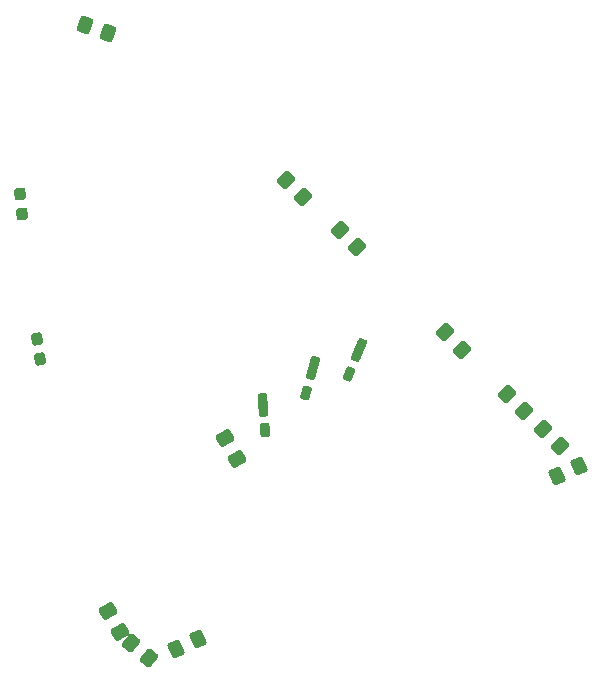
<source format=gtp>
%TF.GenerationSoftware,KiCad,Pcbnew,9.0.6-rc1-2-g790dee114b*%
%TF.CreationDate,2025-10-17T23:20:01-04:00*%
%TF.ProjectId,MetamerBoard,4d657461-6d65-4724-926f-6172642e6b69,rev?*%
%TF.SameCoordinates,Original*%
%TF.FileFunction,Paste,Top*%
%TF.FilePolarity,Positive*%
%FSLAX45Y45*%
G04 Gerber Fmt 4.5, Leading zero omitted, Abs format (unit mm)*
G04 Created by KiCad (PCBNEW 9.0.6-rc1-2-g790dee114b) date 2025-10-17 23:20:01*
%MOMM*%
%LPD*%
G01*
G04 APERTURE LIST*
G04 Aperture macros list*
%AMRoundRect*
0 Rectangle with rounded corners*
0 $1 Rounding radius*
0 $2 $3 $4 $5 $6 $7 $8 $9 X,Y pos of 4 corners*
0 Add a 4 corners polygon primitive as box body*
4,1,4,$2,$3,$4,$5,$6,$7,$8,$9,$2,$3,0*
0 Add four circle primitives for the rounded corners*
1,1,$1+$1,$2,$3*
1,1,$1+$1,$4,$5*
1,1,$1+$1,$6,$7*
1,1,$1+$1,$8,$9*
0 Add four rect primitives between the rounded corners*
20,1,$1+$1,$2,$3,$4,$5,0*
20,1,$1+$1,$4,$5,$6,$7,0*
20,1,$1+$1,$6,$7,$8,$9,0*
20,1,$1+$1,$8,$9,$2,$3,0*%
G04 Aperture macros list end*
%ADD10RoundRect,0.250000X-0.552211X0.056458X-0.227211X-0.506458X0.552211X-0.056458X0.227211X0.506458X0*%
%ADD11RoundRect,0.250000X-0.109125X-0.544258X0.482349X-0.274707X0.109125X0.544258X-0.482349X0.274707X0*%
%ADD12RoundRect,0.250000X-0.548008X-0.088388X-0.088388X-0.548008X0.548008X0.088388X0.088388X0.548008X0*%
%ADD13RoundRect,0.250000X0.548008X0.088388X0.088388X0.548008X-0.548008X-0.088388X-0.088388X-0.548008X0*%
%ADD14RoundRect,0.250000X0.459309X0.311705X-0.151491X0.534018X-0.459309X-0.311705X0.151491X-0.534018X0*%
%ADD15RoundRect,0.237500X0.256976X-0.270233X0.216866X0.303367X-0.256976X0.270233X-0.216866X-0.303367X0*%
%ADD16RoundRect,0.237500X0.283816X-0.241891X0.183968X0.324374X-0.283816X0.241891X-0.183968X-0.324374X0*%
%ADD17RoundRect,0.250000X0.538219X0.135814X0.040290X0.553626X-0.538219X-0.135814X-0.040290X-0.553626X0*%
%ADD18RoundRect,0.250000X-0.104372X-0.545189X0.484728X-0.270488X0.104372X0.545189X-0.484728X0.270488X0*%
%ADD19RoundRect,0.200000X-0.013870X-0.824504X0.400240X0.720977X0.013870X0.824504X-0.400240X-0.720977X0*%
%ADD20RoundRect,0.200000X0.089658X-0.438134X0.296713X0.334607X-0.089658X0.438134X-0.296713X-0.334607X0*%
%ADD21RoundRect,0.200000X0.241595X-0.788436X0.157857X0.809371X-0.241595X0.788436X-0.157857X-0.809371X0*%
%ADD22RoundRect,0.200000X0.220660X-0.388985X0.178792X0.409919X-0.220660X0.388985X-0.178792X-0.409919X0*%
%ADD23RoundRect,0.200000X-0.128484X-0.814550X0.496686X0.658258X0.128484X0.814550X-0.496686X-0.658258X0*%
%ADD24RoundRect,0.200000X0.027809X-0.446348X0.340393X0.290056X-0.027809X0.446348X-0.340393X-0.290056X0*%
G04 APERTURE END LIST*
D10*
%TO.C,D16*%
X14136350Y-11296220D03*
X14238850Y-11473755D03*
%TD*%
D11*
%TO.C,D12*%
X16947118Y-11616976D03*
X17133660Y-11531963D03*
%TD*%
D12*
%TO.C,D11*%
X16827911Y-11221991D03*
X16972867Y-11366948D03*
%TD*%
D13*
%TO.C,D10*%
X16672867Y-11066948D03*
X16527911Y-10921991D03*
%TD*%
%TO.C,D9*%
X16142867Y-10546948D03*
X15997911Y-10401991D03*
%TD*%
%TO.C,D8*%
X15252867Y-9676948D03*
X15107911Y-9531991D03*
%TD*%
D12*
%TO.C,D7*%
X14657911Y-9111991D03*
X14802867Y-9256948D03*
%TD*%
D14*
%TO.C,D6*%
X13146707Y-7869527D03*
X12954070Y-7799412D03*
%TD*%
D15*
%TO.C,D5*%
X12416498Y-9401756D03*
X12404290Y-9227183D03*
%TD*%
D16*
%TO.C,D4*%
X12575583Y-10630640D03*
X12545195Y-10458299D03*
%TD*%
D10*
%TO.C,D3*%
X13144139Y-12763202D03*
X13246639Y-12940737D03*
%TD*%
D17*
%TO.C,D2*%
X13498909Y-13160355D03*
X13341869Y-13028584D03*
%TD*%
D18*
%TO.C,D1*%
X13722492Y-13080288D03*
X13908285Y-12993651D03*
%TD*%
D19*
%TO.C,D14*%
X14882015Y-10704989D03*
D20*
X14826369Y-10912663D03*
%TD*%
D21*
%TO.C,D15*%
X14461911Y-11017210D03*
D22*
X14473164Y-11231914D03*
%TD*%
D23*
%TO.C,D13*%
X15270477Y-10553160D03*
D24*
X15186470Y-10751069D03*
%TD*%
M02*

</source>
